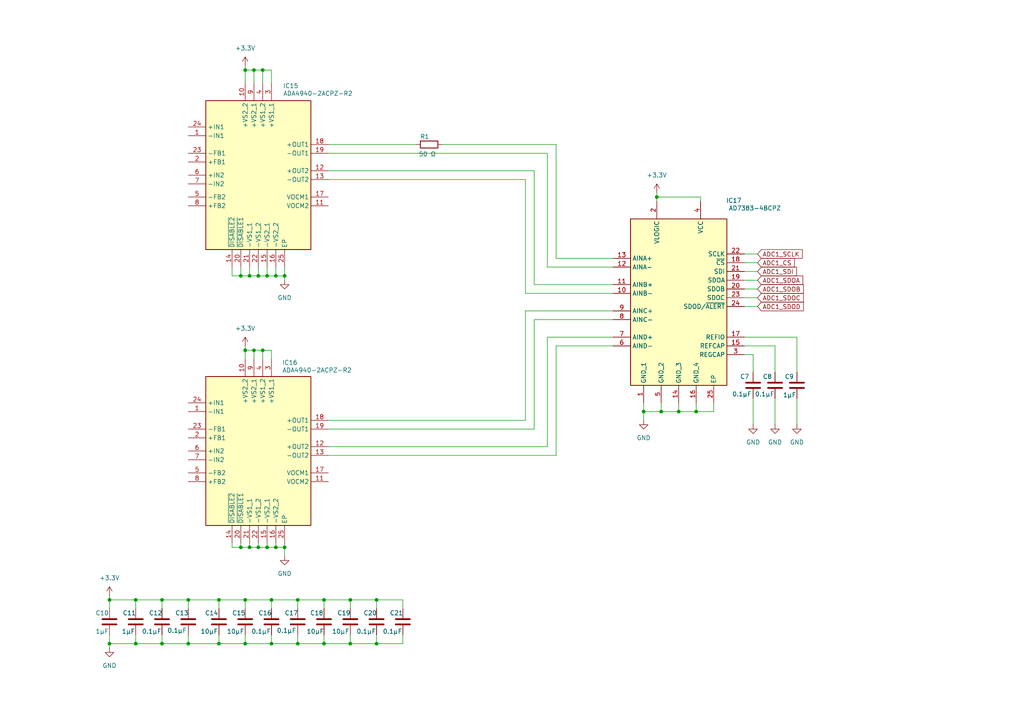
<source format=kicad_sch>
(kicad_sch (version 20250114) (generator "eeschema") (generator_version "9.0")
  (paper "A4")
  (lib_symbols
    (symbol "AD7383-4BCPZ_1"
      (property "Reference" "IC4" (at 32.512 25.654 0))
      (property "Value" "AD7383-4BCPZ" (at 38.608 23.4382 0))
      (symbol "AD7383-4BCPZ_1_1_1"
        (rectangle (start 2.54 20.32) (end 30.48 -27.94) (stroke (width 0.254)) (fill (type background)))
        (pin passive line (at -2.54 8.89 0) (length 5.08) (name "AINA+") (number "13"))
        (pin passive line (at -2.54 6.35 0) (length 5.08) (name "AINA-") (number "12"))
        (pin passive line (at -2.54 1.27 0) (length 5.08) (name "AINB+") (number "11"))
        (pin passive line (at -2.54 -1.27 0) (length 5.08) (name "AINB-") (number "10"))
        (pin passive line (at -2.54 -6.35 0) (length 5.08) (name "AINC+") (number "9"))
        (pin passive line (at -2.54 -8.89 0) (length 5.08) (name "AINC-") (number "8"))
        (pin passive line (at -2.54 -13.97 0) (length 5.08) (name "AIND+") (number "7"))
        (pin passive line (at -2.54 -16.51 0) (length 5.08) (name "AIND-") (number "6"))
        (pin passive line (at 6.35 -33.02 90) (length 5.08) (name "GND_1") (number "1"))
        (pin passive line (at 10.16 25.4 270) (length 5.08) (name "VLOGIC") (number "2"))
        (pin passive line (at 11.43 -33.02 90) (length 5.08) (name "GND_2") (number "5"))
        (pin passive line (at 16.51 -33.02 90) (length 5.08) (name "GND_3") (number "14"))
        (pin passive line (at 21.59 -33.02 90) (length 5.08) (name "GND_4") (number "16"))
        (pin passive line (at 22.86 25.4 270) (length 5.08) (name "VCC") (number "4"))
        (pin passive line (at 26.67 -33.02 90) (length 5.08) (name "EP") (number "25"))
        (pin passive line (at 35.56 10.16 180) (length 5.08) (name "SCLK") (number "22"))
        (pin passive line (at 35.56 7.62 180) (length 5.08) (name "~{CS}") (number "18"))
        (pin passive line (at 35.56 5.08 180) (length 5.08) (name "SDI") (number "21"))
        (pin passive line (at 35.56 2.54 180) (length 5.08) (name "SDOA") (number "19"))
        (pin passive line (at 35.56 0 180) (length 5.08) (name "SDOB") (number "20"))
        (pin passive line (at 35.56 -2.54 180) (length 5.08) (name "SDOC") (number "23"))
        (pin passive line (at 35.56 -5.08 180) (length 5.08) (name "SDOD/~{ALERT}") (number "24"))
        (pin passive line (at 35.56 -13.97 180) (length 5.08) (name "REFIO") (number "17"))
        (pin passive line (at 35.56 -16.51 180) (length 5.08) (name "REFCAP") (number "15"))
        (pin passive line (at 35.56 -19.05 180) (length 5.08) (name "REGCAP") (number "3"))
      )
    )
    (symbol "ADA4940-2ACPZ-R2_2"
      (property "Reference" "IC13" (at 40.894 23.368 0))
      (property "Value" "ADA4940-2ACPZ-R2" (at 48.768 21.1522 0))
      (symbol "ADA4940-2ACPZ-R2_2_1_1"
        (rectangle (start 5.08 17.78) (end 35.56 -25.4) (stroke (width 0.254)) (fill (type background)))
        (pin passive line (at 0 10.16 0) (length 5.08) (name "+IN1") (number "24"))
        (pin passive line (at 0 7.62 0) (length 5.08) (name "-IN1") (number "1"))
        (pin passive line (at 0 2.54 0) (length 5.08) (name "-FB1") (number "23"))
        (pin passive line (at 0 0 0) (length 5.08) (name "+FB1") (number "2"))
        (pin passive line (at 0 -3.81 0) (length 5.08) (name "+IN2") (number "6"))
        (pin passive line (at 0 -6.35 0) (length 5.08) (name "-IN2") (number "7"))
        (pin passive line (at 0 -10.16 0) (length 5.08) (name "-FB2") (number "5"))
        (pin passive line (at 0 -12.7 0) (length 5.08) (name "+FB2") (number "8"))
        (pin passive line (at 12.7 -30.48 90) (length 5.08) (name "~{DISABLE2}") (number "14"))
        (pin passive line (at 15.24 -30.48 90) (length 5.08) (name "~{DISABLE1}") (number "20"))
        (pin passive line (at 16.51 22.86 270) (length 5.08) (name "+VS2_2") (number "10"))
        (pin passive line (at 17.78 -30.48 90) (length 5.08) (name "-VS1_1") (number "21"))
        (pin passive line (at 19.05 22.86 270) (length 5.08) (name "+VS2_1") (number "9"))
        (pin passive line (at 20.32 -30.48 90) (length 5.08) (name "-VS1_2") (number "22"))
        (pin passive line (at 21.59 22.86 270) (length 5.08) (name "+VS1_2") (number "4"))
        (pin passive line (at 22.86 -30.48 90) (length 5.08) (name "-VS2_1") (number "15"))
        (pin passive line (at 24.13 22.86 270) (length 5.08) (name "+VS1_1") (number "3"))
        (pin passive line (at 25.4 -30.48 90) (length 5.08) (name "-VS2_2") (number "16"))
        (pin passive line (at 27.94 -30.48 90) (length 5.08) (name "EP") (number "25"))
        (pin passive line (at 40.64 5.08 180) (length 5.08) (name "+OUT1") (number "18"))
        (pin passive line (at 40.64 2.54 180) (length 5.08) (name "-OUT1") (number "19"))
        (pin passive line (at 40.64 -2.54 180) (length 5.08) (name "+OUT2") (number "12"))
        (pin passive line (at 40.64 -5.08 180) (length 5.08) (name "-OUT2") (number "13"))
        (pin passive line (at 40.64 -10.16 180) (length 5.08) (name "VOCM1") (number "17"))
        (pin passive line (at 40.64 -12.7 180) (length 5.08) (name "VOCM2") (number "11"))
      )
    )
    (symbol "Device:C" (pin_numbers (hide yes)) (pin_names (offset 0.254))
      (property "Reference" "C" (at 0.635 2.54 0))
      (property "Value" "C" (at 0.635 -2.54 0))
      (symbol "C_0_1"
        (polyline (pts (xy -2.032 0.762) (xy 2.032 0.762)) (stroke (width 0.508)))
        (polyline (pts (xy -2.032 -0.762) (xy 2.032 -0.762)) (stroke (width 0.508)))
      )
      (symbol "C_1_1"
        (pin passive line (at 0 3.81 270) (length 2.794) (name "~") (number "1"))
        (pin passive line (at 0 -3.81 90) (length 2.794) (name "~") (number "2"))
      )
    )
    (symbol "Device:R" (pin_numbers (hide yes)) (pin_names (offset 0))
      (property "Reference" "R" (at 2.032 0 90))
      (property "Value" "R" (at 0 0 90))
      (symbol "R_0_1"
        (rectangle (start -1.016 -2.54) (end 1.016 2.54) (stroke (width 0.254)))
      )
      (symbol "R_1_1"
        (pin passive line (at 0 3.81 270) (length 1.27) (name "~") (number "1"))
        (pin passive line (at 0 -3.81 90) (length 1.27) (name "~") (number "2"))
      )
    )
    (symbol "power:+3.3V" (power) (pin_numbers (hide yes)) (pin_names (offset 0) (hide yes))
      (property "Value" "+3.3V" (at 0 3.556 0))
      (symbol "+3.3V_0_1"
        (polyline (pts (xy -0.762 1.27) (xy 0 2.54)))
        (polyline (pts (xy 0 2.54) (xy 0.762 1.27)))
        (polyline (pts (xy 0 0) (xy 0 2.54)))
      )
      (symbol "+3.3V_1_1"
        (pin power_in line (at 0 0 90) (length 0) (name "~") (number "1"))
      )
    )
    (symbol "power:GND" (power) (pin_numbers (hide yes)) (pin_names (offset 0) (hide yes))
      (property "Value" "GND" (at 0 -3.81 0))
      (symbol "GND_0_1"
        (polyline (pts (xy 0 0) (xy 0 -1.27) (xy 1.27 -1.27) (xy 0 -2.54) (xy -1.27 -1.27) (xy 0 -1.27)))
      )
      (symbol "GND_1_1"
        (pin power_in line (at 0 0 270) (length 0) (name "~") (number "1"))
      )
    )
  )
  (junction (at 78.74 186.69))
  (junction (at 54.61 173.99))
  (junction (at 71.12 101.6))
  (junction (at 93.98 186.69))
  (junction (at 73.66 20.32))
  (junction (at 73.66 101.6))
  (junction (at 63.5 186.69))
  (junction (at 54.61 186.69))
  (junction (at 72.39 80.01))
  (junction (at 74.93 158.75))
  (junction (at 201.93 119.38))
  (junction (at 46.99 173.99))
  (junction (at 186.69 119.38))
  (junction (at 39.37 173.99))
  (junction (at 109.22 173.99))
  (junction (at 191.77 119.38))
  (junction (at 31.75 173.99))
  (junction (at 190.5 57.15))
  (junction (at 76.2 101.6))
  (junction (at 76.2 20.32))
  (junction (at 78.74 173.99))
  (junction (at 101.6 173.99))
  (junction (at 80.01 158.75))
  (junction (at 86.36 186.69))
  (junction (at 77.47 158.75))
  (junction (at 77.47 80.01))
  (junction (at 46.99 186.69))
  (junction (at 71.12 20.32))
  (junction (at 80.01 80.01))
  (junction (at 82.55 158.75))
  (junction (at 39.37 186.69))
  (junction (at 196.85 119.38))
  (junction (at 101.6 186.69))
  (junction (at 63.5 173.99))
  (junction (at 93.98 173.99))
  (junction (at 82.55 80.01))
  (junction (at 72.39 158.75))
  (junction (at 71.12 173.99))
  (junction (at 71.12 186.69))
  (junction (at 69.85 80.01))
  (junction (at 31.75 186.69))
  (junction (at 69.85 158.75))
  (junction (at 86.36 173.99))
  (junction (at 74.93 80.01))
  (junction (at 109.22 186.69))
  (wire (pts (xy 109.22 184.15) (xy 109.22 186.69)))
  (wire (pts (xy 63.5 173.99) (xy 71.12 173.99)))
  (wire (pts (xy 82.55 157.48) (xy 82.55 158.75)))
  (wire (pts (xy 72.39 157.48) (xy 72.39 158.75)))
  (wire (pts (xy 128.27 41.91) (xy 161.29 41.91)))
  (wire (pts (xy 78.74 173.99) (xy 86.36 173.99)))
  (wire (pts (xy 80.01 80.01) (xy 77.47 80.01)))
  (wire (pts (xy 86.36 173.99) (xy 93.98 173.99)))
  (wire (pts (xy 95.25 129.54) (xy 158.75 129.54)))
  (wire (pts (xy 31.75 186.69) (xy 39.37 186.69)))
  (wire (pts (xy 201.93 119.38) (xy 207.01 119.38)))
  (wire (pts (xy 69.85 77.47) (xy 69.85 80.01)))
  (wire (pts (xy 77.47 80.01) (xy 74.93 80.01)))
  (wire (pts (xy 82.55 158.75) (xy 82.55 161.29)))
  (wire (pts (xy 63.5 184.15) (xy 63.5 186.69)))
  (wire (pts (xy 54.61 173.99) (xy 54.61 176.53)))
  (wire (pts (xy 191.77 116.84) (xy 191.77 119.38)))
  (wire (pts (xy 63.5 173.99) (xy 63.5 176.53)))
  (wire (pts (xy 78.74 24.13) (xy 78.74 20.32)))
  (wire (pts (xy 31.75 173.99) (xy 39.37 173.99)))
  (wire (pts (xy 215.9 102.87) (xy 218.44 102.87)))
  (wire (pts (xy 31.75 173.99) (xy 31.75 176.53)))
  (wire (pts (xy 82.55 80.01) (xy 80.01 80.01)))
  (wire (pts (xy 215.9 83.82) (xy 219.71 83.82)))
  (wire (pts (xy 71.12 19.05) (xy 71.12 20.32)))
  (wire (pts (xy 76.2 101.6) (xy 73.66 101.6)))
  (wire (pts (xy 109.22 173.99) (xy 116.84 173.99)))
  (wire (pts (xy 67.31 77.47) (xy 67.31 80.01)))
  (wire (pts (xy 231.14 97.79) (xy 231.14 107.95)))
  (wire (pts (xy 93.98 173.99) (xy 93.98 176.53)))
  (wire (pts (xy 152.4 121.92) (xy 95.25 121.92)))
  (wire (pts (xy 72.39 80.01) (xy 69.85 80.01)))
  (wire (pts (xy 73.66 101.6) (xy 73.66 104.14)))
  (wire (pts (xy 215.9 81.28) (xy 219.71 81.28)))
  (wire (pts (xy 77.47 157.48) (xy 77.47 158.75)))
  (wire (pts (xy 93.98 184.15) (xy 93.98 186.69)))
  (wire (pts (xy 71.12 173.99) (xy 71.12 176.53)))
  (wire (pts (xy 207.01 116.84) (xy 207.01 119.38)))
  (wire (pts (xy 82.55 81.28) (xy 82.55 80.01)))
  (wire (pts (xy 78.74 186.69) (xy 86.36 186.69)))
  (wire (pts (xy 76.2 24.13) (xy 76.2 20.32)))
  (wire (pts (xy 78.74 104.14) (xy 78.74 101.6)))
  (wire (pts (xy 93.98 186.69) (xy 101.6 186.69)))
  (wire (pts (xy 76.2 101.6) (xy 76.2 104.14)))
  (wire (pts (xy 152.4 85.09) (xy 177.8 85.09)))
  (wire (pts (xy 215.9 78.74) (xy 219.71 78.74)))
  (wire (pts (xy 69.85 157.48) (xy 69.85 158.75)))
  (wire (pts (xy 63.5 186.69) (xy 71.12 186.69)))
  (wire (pts (xy 31.75 172.72) (xy 31.75 173.99)))
  (wire (pts (xy 116.84 173.99) (xy 116.84 176.53)))
  (wire (pts (xy 71.12 100.33) (xy 71.12 101.6)))
  (wire (pts (xy 95.25 44.45) (xy 158.75 44.45)))
  (wire (pts (xy 46.99 186.69) (xy 54.61 186.69)))
  (wire (pts (xy 54.61 173.99) (xy 63.5 173.99)))
  (wire (pts (xy 215.9 86.36) (xy 219.71 86.36)))
  (wire (pts (xy 218.44 115.57) (xy 218.44 123.19)))
  (wire (pts (xy 215.9 100.33) (xy 224.79 100.33)))
  (wire (pts (xy 190.5 57.15) (xy 190.5 58.42)))
  (wire (pts (xy 152.4 90.17) (xy 152.4 121.92)))
  (wire (pts (xy 74.93 157.48) (xy 74.93 158.75)))
  (wire (pts (xy 109.22 173.99) (xy 109.22 176.53)))
  (wire (pts (xy 154.94 92.71) (xy 177.8 92.71)))
  (wire (pts (xy 158.75 77.47) (xy 177.8 77.47)))
  (wire (pts (xy 203.2 58.42) (xy 203.2 57.15)))
  (wire (pts (xy 86.36 184.15) (xy 86.36 186.69)))
  (wire (pts (xy 86.36 186.69) (xy 93.98 186.69)))
  (wire (pts (xy 190.5 55.88) (xy 190.5 57.15)))
  (wire (pts (xy 73.66 24.13) (xy 73.66 20.32)))
  (wire (pts (xy 215.9 76.2) (xy 219.71 76.2)))
  (wire (pts (xy 46.99 173.99) (xy 54.61 173.99)))
  (wire (pts (xy 39.37 173.99) (xy 39.37 176.53)))
  (wire (pts (xy 95.25 132.08) (xy 161.29 132.08)))
  (wire (pts (xy 72.39 158.75) (xy 69.85 158.75)))
  (wire (pts (xy 78.74 101.6) (xy 76.2 101.6)))
  (wire (pts (xy 196.85 119.38) (xy 201.93 119.38)))
  (wire (pts (xy 67.31 158.75) (xy 67.31 157.48)))
  (wire (pts (xy 31.75 184.15) (xy 31.75 186.69)))
  (wire (pts (xy 86.36 173.99) (xy 86.36 176.53)))
  (wire (pts (xy 76.2 20.32) (xy 73.66 20.32)))
  (wire (pts (xy 215.9 73.66) (xy 219.71 73.66)))
  (wire (pts (xy 69.85 158.75) (xy 67.31 158.75)))
  (wire (pts (xy 224.79 100.33) (xy 224.79 107.95)))
  (wire (pts (xy 186.69 121.92) (xy 186.69 119.38)))
  (wire (pts (xy 215.9 88.9) (xy 219.71 88.9)))
  (wire (pts (xy 71.12 101.6) (xy 71.12 104.14)))
  (wire (pts (xy 78.74 173.99) (xy 78.74 176.53)))
  (wire (pts (xy 161.29 74.93) (xy 161.29 41.91)))
  (wire (pts (xy 93.98 173.99) (xy 101.6 173.99)))
  (wire (pts (xy 158.75 97.79) (xy 177.8 97.79)))
  (wire (pts (xy 177.8 74.93) (xy 161.29 74.93)))
  (wire (pts (xy 77.47 158.75) (xy 74.93 158.75)))
  (wire (pts (xy 158.75 129.54) (xy 158.75 97.79)))
  (wire (pts (xy 54.61 186.69) (xy 63.5 186.69)))
  (wire (pts (xy 73.66 101.6) (xy 71.12 101.6)))
  (wire (pts (xy 72.39 77.47) (xy 72.39 80.01)))
  (wire (pts (xy 101.6 184.15) (xy 101.6 186.69)))
  (wire (pts (xy 82.55 77.47) (xy 82.55 80.01)))
  (wire (pts (xy 109.22 186.69) (xy 116.84 186.69)))
  (wire (pts (xy 77.47 77.47) (xy 77.47 80.01)))
  (wire (pts (xy 201.93 116.84) (xy 201.93 119.38)))
  (wire (pts (xy 73.66 20.32) (xy 71.12 20.32)))
  (wire (pts (xy 74.93 77.47) (xy 74.93 80.01)))
  (wire (pts (xy 101.6 173.99) (xy 109.22 173.99)))
  (wire (pts (xy 71.12 20.32) (xy 71.12 24.13)))
  (wire (pts (xy 101.6 173.99) (xy 101.6 176.53)))
  (wire (pts (xy 152.4 52.07) (xy 152.4 85.09)))
  (wire (pts (xy 31.75 186.69) (xy 31.75 187.96)))
  (wire (pts (xy 54.61 184.15) (xy 54.61 186.69)))
  (wire (pts (xy 95.25 49.53) (xy 154.94 49.53)))
  (wire (pts (xy 203.2 57.15) (xy 190.5 57.15)))
  (wire (pts (xy 177.8 90.17) (xy 152.4 90.17)))
  (wire (pts (xy 215.9 97.79) (xy 231.14 97.79)))
  (wire (pts (xy 95.25 41.91) (xy 120.65 41.91)))
  (wire (pts (xy 78.74 20.32) (xy 76.2 20.32)))
  (wire (pts (xy 196.85 116.84) (xy 196.85 119.38)))
  (wire (pts (xy 69.85 80.01) (xy 67.31 80.01)))
  (wire (pts (xy 74.93 158.75) (xy 72.39 158.75)))
  (wire (pts (xy 154.94 82.55) (xy 177.8 82.55)))
  (wire (pts (xy 116.84 186.69) (xy 116.84 184.15)))
  (wire (pts (xy 80.01 157.48) (xy 80.01 158.75)))
  (wire (pts (xy 161.29 100.33) (xy 177.8 100.33)))
  (wire (pts (xy 71.12 184.15) (xy 71.12 186.69)))
  (wire (pts (xy 74.93 80.01) (xy 72.39 80.01)))
  (wire (pts (xy 71.12 186.69) (xy 78.74 186.69)))
  (wire (pts (xy 39.37 186.69) (xy 46.99 186.69)))
  (wire (pts (xy 186.69 116.84) (xy 186.69 119.38)))
  (wire (pts (xy 154.94 49.53) (xy 154.94 82.55)))
  (wire (pts (xy 46.99 173.99) (xy 46.99 176.53)))
  (wire (pts (xy 71.12 173.99) (xy 78.74 173.99)))
  (wire (pts (xy 161.29 132.08) (xy 161.29 100.33)))
  (wire (pts (xy 224.79 115.57) (xy 224.79 123.19)))
  (wire (pts (xy 39.37 173.99) (xy 46.99 173.99)))
  (wire (pts (xy 95.25 52.07) (xy 152.4 52.07)))
  (wire (pts (xy 186.69 119.38) (xy 191.77 119.38)))
  (wire (pts (xy 39.37 184.15) (xy 39.37 186.69)))
  (wire (pts (xy 80.01 158.75) (xy 77.47 158.75)))
  (wire (pts (xy 191.77 119.38) (xy 196.85 119.38)))
  (wire (pts (xy 82.55 158.75) (xy 80.01 158.75)))
  (wire (pts (xy 80.01 77.47) (xy 80.01 80.01)))
  (wire (pts (xy 231.14 115.57) (xy 231.14 123.19)))
  (wire (pts (xy 78.74 184.15) (xy 78.74 186.69)))
  (wire (pts (xy 95.25 124.46) (xy 154.94 124.46)))
  (wire (pts (xy 46.99 184.15) (xy 46.99 186.69)))
  (wire (pts (xy 158.75 44.45) (xy 158.75 77.47)))
  (wire (pts (xy 154.94 124.46) (xy 154.94 92.71)))
  (wire (pts (xy 218.44 102.87) (xy 218.44 107.95)))
  (wire (pts (xy 101.6 186.69) (xy 109.22 186.69)))
  (global_label "ADC1_SDOB" (shape input) (at 219.71 83.82 0) (property "Intersheetrefs" "${INTERSHEET_REFS}" (effects (hide yes))))
  (global_label "ADC1_SDI" (shape input) (at 219.71 78.74 0) (property "Intersheetrefs" "${INTERSHEET_REFS}" (effects (hide yes))))
  (global_label "ADC1_SDOD" (shape input) (at 219.71 88.9 0) (property "Intersheetrefs" "${INTERSHEET_REFS}" (effects (hide yes))))
  (global_label "ADC1_SCLK" (shape input) (at 219.71 73.66 0) (property "Intersheetrefs" "${INTERSHEET_REFS}" (effects (hide yes))))
  (global_label "ADC1_CS" (shape input) (at 219.71 76.2 0) (property "Intersheetrefs" "${INTERSHEET_REFS}" (effects (hide yes))))
  (global_label "ADC1_SDOC" (shape input) (at 219.71 86.36 0) (property "Intersheetrefs" "${INTERSHEET_REFS}" (effects (hide yes))))
  (global_label "ADC1_SDOA" (shape input) (at 219.71 81.28 0) (property "Intersheetrefs" "${INTERSHEET_REFS}" (effects (hide yes))))
  (symbol (lib_id "power:GND") (at 224.79 123.19 0) (unit 1)
    (property "Reference" "#PWR022" (effects (hide yes)))
    (property "Value" "GND" (at 224.79 128.27 0))
    (property "Description" "Power symbol creates a global label with name \"GND\" , ground" (effects (hide yes)))
  )
  (symbol (lib_id "power:GND") (at 231.14 123.19 0) (unit 1)
    (property "Reference" "#PWR023" (effects (hide yes)))
    (property "Value" "GND" (at 231.14 128.27 0))
    (property "Description" "Power symbol creates a global label with name \"GND\" , ground" (effects (hide yes)))
  )
  (symbol (lib_id "power:+3.3V") (at 31.75 172.72 0) (unit 1)
    (property "Reference" "#PWR02" (effects (hide yes)))
    (property "Value" "+3.3V" (at 31.75 167.64 0))
    (property "Description" "Power symbol creates a global label with name \"+3.3V\"" (effects (hide yes)))
  )
  (symbol (lib_id "power:GND") (at 31.75 187.96 0) (unit 1)
    (property "Reference" "#PWR024" (effects (hide yes)))
    (property "Value" "GND" (at 31.75 193.04 0))
    (property "Description" "Power symbol creates a global label with name \"GND\" , ground" (effects (hide yes)))
  )
  (symbol (lib_name "ADA4940-2ACPZ-R2_2") (lib_id "SamacSys_Parts:ADA4940-2ACPZ-R2") (at 54.61 46.99 0) (unit 1)
    (property "Reference" "IC15" (at 84.328 24.892 0))
    (property "Value" "ADA4940-2ACPZ-R2" (at 92.202 27.1078 0))
    (property "Footprint" "QFN50P400X400X80-25N-D" (effects (hide yes)))
    (property "Datasheet" "https://www.analog.com/ADA4940-2/datasheet" (effects (hide yes)))
    (property "Height" "0.8" (effects (hide yes)))
    (property "Manufacturer_Name" "Analog Devices" (effects (hide yes)))
    (property "Manufacturer_Part_Number" "ADA4940-2ACPZ-R2" (effects (hide yes)))
    (property "Mouser Part Number" "584-ADA4940-2ACPZ-R2" (effects (hide yes)))
    (property "Mouser Price/Stock" "https://www.mouser.co.uk/ProductDetail/Analog-Devices/ADA4940-2ACPZ-R2?qs=pqQDoYZ2quYnhnUr5KPbGA%3D%3D" (effects (hide yes)))
    (property "Arrow Part Number" "ADA4940-2ACPZ-R2" (effects (hide yes)))
    (property "Arrow Price/Stock" "https://www.arrow.com/en/products/ada4940-2acpz-r2/analog-devices?region=asia" (effects (hide yes)))
  )
  (symbol (lib_id "Device:C") (at 86.36 180.34 0) (unit 1)
    (property "Reference" "C17" (at 82.55 177.8 0) (effects (justify left)))
    (property "Value" "0.1µF" (at 80.264 182.88 0) (effects (justify left)))
    (property "Description" "Unpolarized capacitor" (effects (hide yes)))
  )
  (symbol (lib_id "power:GND") (at 186.69 121.92 0) (unit 1)
    (property "Reference" "#PWR020" (effects (hide yes)))
    (property "Value" "GND" (at 186.69 127 0))
    (property "Description" "Power symbol creates a global label with name \"GND\" , ground" (effects (hide yes)))
  )
  (symbol (lib_id "Device:C") (at 63.5 180.34 0) (unit 1)
    (property "Reference" "C14" (at 59.436 177.8 0) (effects (justify left)))
    (property "Value" "10µF" (at 58.166 183.134 0) (effects (justify left)))
    (property "Description" "Unpolarized capacitor" (effects (hide yes)))
  )
  (symbol (lib_id "Device:C") (at 39.37 180.34 0) (unit 1)
    (property "Reference" "C11" (at 35.56 177.8 0) (effects (justify left)))
    (property "Value" "1µF" (at 35.306 183.134 0) (effects (justify left)))
    (property "Description" "Unpolarized capacitor" (effects (hide yes)))
  )
  (symbol (lib_id "Device:C") (at 78.74 180.34 0) (unit 1)
    (property "Reference" "C16" (at 74.93 177.8 0) (effects (justify left)))
    (property "Value" "0.1µF" (at 72.898 183.134 0) (effects (justify left)))
    (property "Description" "Unpolarized capacitor" (effects (hide yes)))
  )
  (symbol (lib_id "Device:C") (at 101.6 180.34 0) (unit 1)
    (property "Reference" "C19" (at 97.79 177.8 0) (effects (justify left)))
    (property "Value" "10µF" (at 96.266 183.134 0) (effects (justify left)))
    (property "Description" "Unpolarized capacitor" (effects (hide yes)))
  )
  (symbol (lib_id "Device:C") (at 109.22 180.34 0) (unit 1)
    (property "Reference" "C20" (at 105.41 177.8 0) (effects (justify left)))
    (property "Value" "0.1µF" (at 103.378 183.134 0) (effects (justify left)))
    (property "Description" "Unpolarized capacitor" (effects (hide yes)))
  )
  (symbol (lib_id "power:+3.3V") (at 71.12 19.05 0) (unit 1)
    (property "Reference" "#PWR016" (effects (hide yes)))
    (property "Value" "+3.3V" (at 71.12 13.97 0))
    (property "Description" "Power symbol creates a global label with name \"+3.3V\"" (effects (hide yes)))
  )
  (symbol (lib_id "Device:C") (at 231.14 111.76 0) (unit 1)
    (property "Reference" "C9" (at 227.584 109.22 0) (effects (justify left)))
    (property "Value" "1µF" (at 227.076 114.554 0) (effects (justify left)))
    (property "Description" "Unpolarized capacitor" (effects (hide yes)))
  )
  (symbol (lib_id "Device:C") (at 54.61 180.34 0) (unit 1)
    (property "Reference" "C13" (at 50.8 177.8 0) (effects (justify left)))
    (property "Value" "0.1µF" (at 48.514 182.88 0) (effects (justify left)))
    (property "Description" "Unpolarized capacitor" (effects (hide yes)))
  )
  (symbol (lib_id "power:GND") (at 82.55 81.28 0) (unit 1)
    (property "Reference" "#PWR018" (effects (hide yes)))
    (property "Value" "GND" (at 82.55 86.36 0))
    (property "Description" "Power symbol creates a global label with name \"GND\" , ground" (effects (hide yes)))
  )
  (symbol (lib_id "power:+3.3V") (at 71.12 100.33 0) (unit 1)
    (property "Reference" "#PWR017" (effects (hide yes)))
    (property "Value" "+3.3V" (at 71.12 95.25 0))
    (property "Description" "Power symbol creates a global label with name \"+3.3V\"" (effects (hide yes)))
  )
  (symbol (lib_id "Device:C") (at 31.75 180.34 0) (unit 1)
    (property "Reference" "C10" (at 27.686 177.8 0) (effects (justify left)))
    (property "Value" "1µF" (at 27.686 183.134 0) (effects (justify left)))
    (property "Description" "Unpolarized capacitor" (effects (hide yes)))
  )
  (symbol (lib_id "Device:C") (at 93.98 180.34 0) (unit 1)
    (property "Reference" "C18" (at 89.916 177.8 0) (effects (justify left)))
    (property "Value" "10µF" (at 88.9 183.134 0) (effects (justify left)))
    (property "Description" "Unpolarized capacitor" (effects (hide yes)))
  )
  (symbol (lib_id "power:+3.3V") (at 190.5 55.88 0) (unit 1)
    (property "Reference" "#PWR01" (effects (hide yes)))
    (property "Value" "+3.3V" (at 190.5 50.8 0))
    (property "Description" "Power symbol creates a global label with name \"+3.3V\"" (effects (hide yes)))
  )
  (symbol (lib_id "Device:C") (at 224.79 111.76 0) (unit 1)
    (property "Reference" "C8" (at 221.234 109.22 0) (effects (justify left)))
    (property "Value" "0.1µF" (at 218.948 114.3 0) (effects (justify left)))
    (property "Description" "Unpolarized capacitor" (effects (hide yes)))
  )
  (symbol (lib_name "ADA4940-2ACPZ-R2_2") (lib_id "SamacSys_Parts:ADA4940-2ACPZ-R2") (at 54.61 127 0) (unit 1)
    (property "Reference" "IC16" (at 84.074 105.156 0))
    (property "Value" "ADA4940-2ACPZ-R2" (at 91.948 107.3718 0))
    (property "Footprint" "QFN50P400X400X80-25N-D" (effects (hide yes)))
    (property "Datasheet" "https://www.analog.com/ADA4940-2/datasheet" (effects (hide yes)))
    (property "Height" "0.8" (effects (hide yes)))
    (property "Manufacturer_Name" "Analog Devices" (effects (hide yes)))
    (property "Manufacturer_Part_Number" "ADA4940-2ACPZ-R2" (effects (hide yes)))
    (property "Mouser Part Number" "584-ADA4940-2ACPZ-R2" (effects (hide yes)))
    (property "Mouser Price/Stock" "https://www.mouser.co.uk/ProductDetail/Analog-Devices/ADA4940-2ACPZ-R2?qs=pqQDoYZ2quYnhnUr5KPbGA%3D%3D" (effects (hide yes)))
    (property "Arrow Part Number" "ADA4940-2ACPZ-R2" (effects (hide yes)))
    (property "Arrow Price/Stock" "https://www.arrow.com/en/products/ada4940-2acpz-r2/analog-devices?region=asia" (effects (hide yes)))
  )
  (symbol (lib_id "power:GND") (at 82.55 161.29 0) (unit 1)
    (property "Reference" "#PWR019" (effects (hide yes)))
    (property "Value" "GND" (at 82.55 166.37 0))
    (property "Description" "Power symbol creates a global label with name \"GND\" , ground" (effects (hide yes)))
  )
  (symbol (lib_id "power:GND") (at 218.44 123.19 0) (unit 1)
    (property "Reference" "#PWR021" (effects (hide yes)))
    (property "Value" "GND" (at 218.44 128.27 0))
    (property "Description" "Power symbol creates a global label with name \"GND\" , ground" (effects (hide yes)))
  )
  (symbol (lib_id "Device:R") (at 124.46 41.91 90) (unit 1)
    (property "Reference" "R1" (at 123.19 39.624 90))
    (property "Value" "50 Ω" (at 123.952 44.704 90))
    (property "Description" "Resistor" (effects (hide yes)))
  )
  (symbol (lib_name "AD7383-4BCPZ_1") (lib_id "SamacSys_Parts:AD7383-4BCPZ") (at 180.34 83.82 0) (unit 1)
    (property "Reference" "IC17" (at 212.852 58.166 0))
    (property "Value" "AD7383-4BCPZ" (at 218.948 60.3818 0))
    (property "Footprint" "QFN50P400X400X60-25N-D" (effects (hide yes)))
    (property "Datasheet" "https://www.analog.com/media/en/technical-documentation/data-sheets/ad7383-4-ad7384-4.pdf" (effects (hide yes)))
    (property "Height" "0.6" (effects (hide yes)))
    (property "Manufacturer_Name" "Analog Devices" (effects (hide yes)))
    (property "Manufacturer_Part_Number" "AD7383-4BCPZ" (effects (hide yes)))
    (property "Mouser Part Number" "584-AD7383-4BCPZ" (effects (hide yes)))
    (property "Mouser Price/Stock" "https://www.mouser.co.uk/ProductDetail/Analog-Devices/AD7383-4BCPZ?qs=ulEaXIWI0c%252BXVIfh9KuC9g%3D%3D" (effects (hide yes)))
  )
  (symbol (lib_id "Device:C") (at 71.12 180.34 0) (unit 1)
    (property "Reference" "C15" (at 67.31 177.8 0) (effects (justify left)))
    (property "Value" "10µF" (at 65.786 183.134 0) (effects (justify left)))
    (property "Description" "Unpolarized capacitor" (effects (hide yes)))
  )
  (symbol (lib_id "Device:C") (at 116.84 180.34 0) (unit 1)
    (property "Reference" "C21" (at 113.03 177.8 0) (effects (justify left)))
    (property "Value" "0.1µF" (at 110.998 183.134 0) (effects (justify left)))
    (property "Description" "Unpolarized capacitor" (effects (hide yes)))
  )
  (symbol (lib_id "Device:C") (at 46.99 180.34 0) (unit 1)
    (property "Reference" "C12" (at 43.18 177.8 0) (effects (justify left)))
    (property "Value" "0.1µF" (at 41.148 183.134 0) (effects (justify left)))
    (property "Description" "Unpolarized capacitor" (effects (hide yes)))
  )
  (symbol (lib_id "Device:C") (at 218.44 111.76 0) (unit 1)
    (property "Reference" "C7" (at 214.63 109.22 0) (effects (justify left)))
    (property "Value" "0.1µF" (at 212.344 114.3 0) (effects (justify left)))
    (property "Description" "Unpolarized capacitor" (effects (hide yes)))
  )
)
</source>
